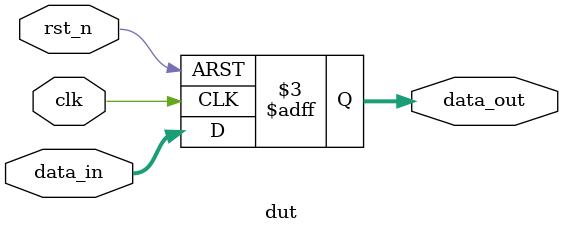
<source format=sv>
module dut (
  input  logic clk,
  input  logic rst_n,
  input  logic [7:0] data_in,
  output logic [7:0] data_out
);
  
  always_ff @(posedge clk or negedge rst_n) begin
    if (!rst_n)
      data_out <= 0;
    else
      data_out <= data_in;
  end
endmodule

</source>
